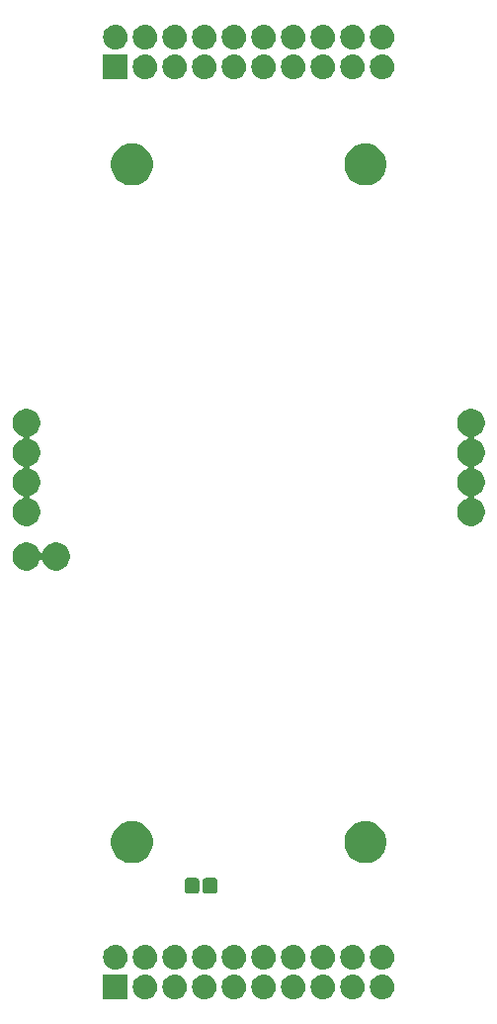
<source format=gbr>
G04 #@! TF.GenerationSoftware,KiCad,Pcbnew,5.0.2-bee76a0~70~ubuntu18.04.1*
G04 #@! TF.CreationDate,2019-07-23T10:59:18+02:00*
G04 #@! TF.ProjectId,smartcard,736d6172-7463-4617-9264-2e6b69636164,rev?*
G04 #@! TF.SameCoordinates,Original*
G04 #@! TF.FileFunction,Soldermask,Bot*
G04 #@! TF.FilePolarity,Negative*
%FSLAX46Y46*%
G04 Gerber Fmt 4.6, Leading zero omitted, Abs format (unit mm)*
G04 Created by KiCad (PCBNEW 5.0.2-bee76a0~70~ubuntu18.04.1) date mar. 23 juil. 2019 10:59:18 CEST*
%MOMM*%
%LPD*%
G01*
G04 APERTURE LIST*
%ADD10C,0.100000*%
G04 APERTURE END LIST*
D10*
G36*
X101771017Y-146441027D02*
X99671017Y-146441027D01*
X99671017Y-144341027D01*
X101771017Y-144341027D01*
X101771017Y-146441027D01*
X101771017Y-146441027D01*
G37*
G36*
X103389724Y-144348623D02*
X103466853Y-144356220D01*
X103598804Y-144396247D01*
X103664780Y-144416260D01*
X103847189Y-144513760D01*
X104007071Y-144644973D01*
X104138284Y-144804855D01*
X104235784Y-144987264D01*
X104235784Y-144987265D01*
X104295824Y-145185191D01*
X104316097Y-145391027D01*
X104295824Y-145596863D01*
X104255797Y-145728814D01*
X104235784Y-145794790D01*
X104138284Y-145977199D01*
X104007071Y-146137081D01*
X103847189Y-146268294D01*
X103664780Y-146365794D01*
X103598804Y-146385807D01*
X103466853Y-146425834D01*
X103389724Y-146433431D01*
X103312597Y-146441027D01*
X103209437Y-146441027D01*
X103132310Y-146433431D01*
X103055181Y-146425834D01*
X102923230Y-146385807D01*
X102857254Y-146365794D01*
X102674845Y-146268294D01*
X102514963Y-146137081D01*
X102383750Y-145977199D01*
X102286250Y-145794790D01*
X102266237Y-145728814D01*
X102226210Y-145596863D01*
X102205937Y-145391027D01*
X102226210Y-145185191D01*
X102286250Y-144987265D01*
X102286250Y-144987264D01*
X102383750Y-144804855D01*
X102514963Y-144644973D01*
X102674845Y-144513760D01*
X102857254Y-144416260D01*
X102923230Y-144396247D01*
X103055181Y-144356220D01*
X103132310Y-144348623D01*
X103209437Y-144341027D01*
X103312597Y-144341027D01*
X103389724Y-144348623D01*
X103389724Y-144348623D01*
G37*
G36*
X105929724Y-144348623D02*
X106006853Y-144356220D01*
X106138804Y-144396247D01*
X106204780Y-144416260D01*
X106387189Y-144513760D01*
X106547071Y-144644973D01*
X106678284Y-144804855D01*
X106775784Y-144987264D01*
X106775784Y-144987265D01*
X106835824Y-145185191D01*
X106856097Y-145391027D01*
X106835824Y-145596863D01*
X106795797Y-145728814D01*
X106775784Y-145794790D01*
X106678284Y-145977199D01*
X106547071Y-146137081D01*
X106387189Y-146268294D01*
X106204780Y-146365794D01*
X106138804Y-146385807D01*
X106006853Y-146425834D01*
X105929724Y-146433431D01*
X105852597Y-146441027D01*
X105749437Y-146441027D01*
X105672310Y-146433431D01*
X105595181Y-146425834D01*
X105463230Y-146385807D01*
X105397254Y-146365794D01*
X105214845Y-146268294D01*
X105054963Y-146137081D01*
X104923750Y-145977199D01*
X104826250Y-145794790D01*
X104806237Y-145728814D01*
X104766210Y-145596863D01*
X104745937Y-145391027D01*
X104766210Y-145185191D01*
X104826250Y-144987265D01*
X104826250Y-144987264D01*
X104923750Y-144804855D01*
X105054963Y-144644973D01*
X105214845Y-144513760D01*
X105397254Y-144416260D01*
X105463230Y-144396247D01*
X105595181Y-144356220D01*
X105672310Y-144348623D01*
X105749437Y-144341027D01*
X105852597Y-144341027D01*
X105929724Y-144348623D01*
X105929724Y-144348623D01*
G37*
G36*
X108469724Y-144348623D02*
X108546853Y-144356220D01*
X108678804Y-144396247D01*
X108744780Y-144416260D01*
X108927189Y-144513760D01*
X109087071Y-144644973D01*
X109218284Y-144804855D01*
X109315784Y-144987264D01*
X109315784Y-144987265D01*
X109375824Y-145185191D01*
X109396097Y-145391027D01*
X109375824Y-145596863D01*
X109335797Y-145728814D01*
X109315784Y-145794790D01*
X109218284Y-145977199D01*
X109087071Y-146137081D01*
X108927189Y-146268294D01*
X108744780Y-146365794D01*
X108678804Y-146385807D01*
X108546853Y-146425834D01*
X108469724Y-146433431D01*
X108392597Y-146441027D01*
X108289437Y-146441027D01*
X108212310Y-146433431D01*
X108135181Y-146425834D01*
X108003230Y-146385807D01*
X107937254Y-146365794D01*
X107754845Y-146268294D01*
X107594963Y-146137081D01*
X107463750Y-145977199D01*
X107366250Y-145794790D01*
X107346237Y-145728814D01*
X107306210Y-145596863D01*
X107285937Y-145391027D01*
X107306210Y-145185191D01*
X107366250Y-144987265D01*
X107366250Y-144987264D01*
X107463750Y-144804855D01*
X107594963Y-144644973D01*
X107754845Y-144513760D01*
X107937254Y-144416260D01*
X108003230Y-144396247D01*
X108135181Y-144356220D01*
X108212310Y-144348623D01*
X108289437Y-144341027D01*
X108392597Y-144341027D01*
X108469724Y-144348623D01*
X108469724Y-144348623D01*
G37*
G36*
X111009724Y-144348623D02*
X111086853Y-144356220D01*
X111218804Y-144396247D01*
X111284780Y-144416260D01*
X111467189Y-144513760D01*
X111627071Y-144644973D01*
X111758284Y-144804855D01*
X111855784Y-144987264D01*
X111855784Y-144987265D01*
X111915824Y-145185191D01*
X111936097Y-145391027D01*
X111915824Y-145596863D01*
X111875797Y-145728814D01*
X111855784Y-145794790D01*
X111758284Y-145977199D01*
X111627071Y-146137081D01*
X111467189Y-146268294D01*
X111284780Y-146365794D01*
X111218804Y-146385807D01*
X111086853Y-146425834D01*
X111009724Y-146433431D01*
X110932597Y-146441027D01*
X110829437Y-146441027D01*
X110752310Y-146433431D01*
X110675181Y-146425834D01*
X110543230Y-146385807D01*
X110477254Y-146365794D01*
X110294845Y-146268294D01*
X110134963Y-146137081D01*
X110003750Y-145977199D01*
X109906250Y-145794790D01*
X109886237Y-145728814D01*
X109846210Y-145596863D01*
X109825937Y-145391027D01*
X109846210Y-145185191D01*
X109906250Y-144987265D01*
X109906250Y-144987264D01*
X110003750Y-144804855D01*
X110134963Y-144644973D01*
X110294845Y-144513760D01*
X110477254Y-144416260D01*
X110543230Y-144396247D01*
X110675181Y-144356220D01*
X110752310Y-144348623D01*
X110829437Y-144341027D01*
X110932597Y-144341027D01*
X111009724Y-144348623D01*
X111009724Y-144348623D01*
G37*
G36*
X113549724Y-144348623D02*
X113626853Y-144356220D01*
X113758804Y-144396247D01*
X113824780Y-144416260D01*
X114007189Y-144513760D01*
X114167071Y-144644973D01*
X114298284Y-144804855D01*
X114395784Y-144987264D01*
X114395784Y-144987265D01*
X114455824Y-145185191D01*
X114476097Y-145391027D01*
X114455824Y-145596863D01*
X114415797Y-145728814D01*
X114395784Y-145794790D01*
X114298284Y-145977199D01*
X114167071Y-146137081D01*
X114007189Y-146268294D01*
X113824780Y-146365794D01*
X113758804Y-146385807D01*
X113626853Y-146425834D01*
X113549724Y-146433431D01*
X113472597Y-146441027D01*
X113369437Y-146441027D01*
X113292310Y-146433431D01*
X113215181Y-146425834D01*
X113083230Y-146385807D01*
X113017254Y-146365794D01*
X112834845Y-146268294D01*
X112674963Y-146137081D01*
X112543750Y-145977199D01*
X112446250Y-145794790D01*
X112426237Y-145728814D01*
X112386210Y-145596863D01*
X112365937Y-145391027D01*
X112386210Y-145185191D01*
X112446250Y-144987265D01*
X112446250Y-144987264D01*
X112543750Y-144804855D01*
X112674963Y-144644973D01*
X112834845Y-144513760D01*
X113017254Y-144416260D01*
X113083230Y-144396247D01*
X113215181Y-144356220D01*
X113292310Y-144348623D01*
X113369437Y-144341027D01*
X113472597Y-144341027D01*
X113549724Y-144348623D01*
X113549724Y-144348623D01*
G37*
G36*
X116089724Y-144348623D02*
X116166853Y-144356220D01*
X116298804Y-144396247D01*
X116364780Y-144416260D01*
X116547189Y-144513760D01*
X116707071Y-144644973D01*
X116838284Y-144804855D01*
X116935784Y-144987264D01*
X116935784Y-144987265D01*
X116995824Y-145185191D01*
X117016097Y-145391027D01*
X116995824Y-145596863D01*
X116955797Y-145728814D01*
X116935784Y-145794790D01*
X116838284Y-145977199D01*
X116707071Y-146137081D01*
X116547189Y-146268294D01*
X116364780Y-146365794D01*
X116298804Y-146385807D01*
X116166853Y-146425834D01*
X116089724Y-146433431D01*
X116012597Y-146441027D01*
X115909437Y-146441027D01*
X115832310Y-146433431D01*
X115755181Y-146425834D01*
X115623230Y-146385807D01*
X115557254Y-146365794D01*
X115374845Y-146268294D01*
X115214963Y-146137081D01*
X115083750Y-145977199D01*
X114986250Y-145794790D01*
X114966237Y-145728814D01*
X114926210Y-145596863D01*
X114905937Y-145391027D01*
X114926210Y-145185191D01*
X114986250Y-144987265D01*
X114986250Y-144987264D01*
X115083750Y-144804855D01*
X115214963Y-144644973D01*
X115374845Y-144513760D01*
X115557254Y-144416260D01*
X115623230Y-144396247D01*
X115755181Y-144356220D01*
X115832310Y-144348623D01*
X115909437Y-144341027D01*
X116012597Y-144341027D01*
X116089724Y-144348623D01*
X116089724Y-144348623D01*
G37*
G36*
X118629724Y-144348623D02*
X118706853Y-144356220D01*
X118838804Y-144396247D01*
X118904780Y-144416260D01*
X119087189Y-144513760D01*
X119247071Y-144644973D01*
X119378284Y-144804855D01*
X119475784Y-144987264D01*
X119475784Y-144987265D01*
X119535824Y-145185191D01*
X119556097Y-145391027D01*
X119535824Y-145596863D01*
X119495797Y-145728814D01*
X119475784Y-145794790D01*
X119378284Y-145977199D01*
X119247071Y-146137081D01*
X119087189Y-146268294D01*
X118904780Y-146365794D01*
X118838804Y-146385807D01*
X118706853Y-146425834D01*
X118629724Y-146433431D01*
X118552597Y-146441027D01*
X118449437Y-146441027D01*
X118372310Y-146433431D01*
X118295181Y-146425834D01*
X118163230Y-146385807D01*
X118097254Y-146365794D01*
X117914845Y-146268294D01*
X117754963Y-146137081D01*
X117623750Y-145977199D01*
X117526250Y-145794790D01*
X117506237Y-145728814D01*
X117466210Y-145596863D01*
X117445937Y-145391027D01*
X117466210Y-145185191D01*
X117526250Y-144987265D01*
X117526250Y-144987264D01*
X117623750Y-144804855D01*
X117754963Y-144644973D01*
X117914845Y-144513760D01*
X118097254Y-144416260D01*
X118163230Y-144396247D01*
X118295181Y-144356220D01*
X118372310Y-144348623D01*
X118449437Y-144341027D01*
X118552597Y-144341027D01*
X118629724Y-144348623D01*
X118629724Y-144348623D01*
G37*
G36*
X123709724Y-144348623D02*
X123786853Y-144356220D01*
X123918804Y-144396247D01*
X123984780Y-144416260D01*
X124167189Y-144513760D01*
X124327071Y-144644973D01*
X124458284Y-144804855D01*
X124555784Y-144987264D01*
X124555784Y-144987265D01*
X124615824Y-145185191D01*
X124636097Y-145391027D01*
X124615824Y-145596863D01*
X124575797Y-145728814D01*
X124555784Y-145794790D01*
X124458284Y-145977199D01*
X124327071Y-146137081D01*
X124167189Y-146268294D01*
X123984780Y-146365794D01*
X123918804Y-146385807D01*
X123786853Y-146425834D01*
X123709724Y-146433431D01*
X123632597Y-146441027D01*
X123529437Y-146441027D01*
X123452310Y-146433431D01*
X123375181Y-146425834D01*
X123243230Y-146385807D01*
X123177254Y-146365794D01*
X122994845Y-146268294D01*
X122834963Y-146137081D01*
X122703750Y-145977199D01*
X122606250Y-145794790D01*
X122586237Y-145728814D01*
X122546210Y-145596863D01*
X122525937Y-145391027D01*
X122546210Y-145185191D01*
X122606250Y-144987265D01*
X122606250Y-144987264D01*
X122703750Y-144804855D01*
X122834963Y-144644973D01*
X122994845Y-144513760D01*
X123177254Y-144416260D01*
X123243230Y-144396247D01*
X123375181Y-144356220D01*
X123452310Y-144348623D01*
X123529437Y-144341027D01*
X123632597Y-144341027D01*
X123709724Y-144348623D01*
X123709724Y-144348623D01*
G37*
G36*
X121169724Y-144348623D02*
X121246853Y-144356220D01*
X121378804Y-144396247D01*
X121444780Y-144416260D01*
X121627189Y-144513760D01*
X121787071Y-144644973D01*
X121918284Y-144804855D01*
X122015784Y-144987264D01*
X122015784Y-144987265D01*
X122075824Y-145185191D01*
X122096097Y-145391027D01*
X122075824Y-145596863D01*
X122035797Y-145728814D01*
X122015784Y-145794790D01*
X121918284Y-145977199D01*
X121787071Y-146137081D01*
X121627189Y-146268294D01*
X121444780Y-146365794D01*
X121378804Y-146385807D01*
X121246853Y-146425834D01*
X121169724Y-146433431D01*
X121092597Y-146441027D01*
X120989437Y-146441027D01*
X120912310Y-146433431D01*
X120835181Y-146425834D01*
X120703230Y-146385807D01*
X120637254Y-146365794D01*
X120454845Y-146268294D01*
X120294963Y-146137081D01*
X120163750Y-145977199D01*
X120066250Y-145794790D01*
X120046237Y-145728814D01*
X120006210Y-145596863D01*
X119985937Y-145391027D01*
X120006210Y-145185191D01*
X120066250Y-144987265D01*
X120066250Y-144987264D01*
X120163750Y-144804855D01*
X120294963Y-144644973D01*
X120454845Y-144513760D01*
X120637254Y-144416260D01*
X120703230Y-144396247D01*
X120835181Y-144356220D01*
X120912310Y-144348623D01*
X120989437Y-144341027D01*
X121092597Y-144341027D01*
X121169724Y-144348623D01*
X121169724Y-144348623D01*
G37*
G36*
X105929724Y-141808623D02*
X106006853Y-141816220D01*
X106138804Y-141856247D01*
X106204780Y-141876260D01*
X106387189Y-141973760D01*
X106547071Y-142104973D01*
X106678284Y-142264855D01*
X106775784Y-142447264D01*
X106775784Y-142447265D01*
X106835824Y-142645191D01*
X106856097Y-142851027D01*
X106835824Y-143056863D01*
X106795797Y-143188814D01*
X106775784Y-143254790D01*
X106678284Y-143437199D01*
X106547071Y-143597081D01*
X106387189Y-143728294D01*
X106204780Y-143825794D01*
X106138804Y-143845807D01*
X106006853Y-143885834D01*
X105929724Y-143893430D01*
X105852597Y-143901027D01*
X105749437Y-143901027D01*
X105672310Y-143893430D01*
X105595181Y-143885834D01*
X105463230Y-143845807D01*
X105397254Y-143825794D01*
X105214845Y-143728294D01*
X105054963Y-143597081D01*
X104923750Y-143437199D01*
X104826250Y-143254790D01*
X104806237Y-143188814D01*
X104766210Y-143056863D01*
X104745937Y-142851027D01*
X104766210Y-142645191D01*
X104826250Y-142447265D01*
X104826250Y-142447264D01*
X104923750Y-142264855D01*
X105054963Y-142104973D01*
X105214845Y-141973760D01*
X105397254Y-141876260D01*
X105463230Y-141856247D01*
X105595181Y-141816220D01*
X105672310Y-141808623D01*
X105749437Y-141801027D01*
X105852597Y-141801027D01*
X105929724Y-141808623D01*
X105929724Y-141808623D01*
G37*
G36*
X123709724Y-141808623D02*
X123786853Y-141816220D01*
X123918804Y-141856247D01*
X123984780Y-141876260D01*
X124167189Y-141973760D01*
X124327071Y-142104973D01*
X124458284Y-142264855D01*
X124555784Y-142447264D01*
X124555784Y-142447265D01*
X124615824Y-142645191D01*
X124636097Y-142851027D01*
X124615824Y-143056863D01*
X124575797Y-143188814D01*
X124555784Y-143254790D01*
X124458284Y-143437199D01*
X124327071Y-143597081D01*
X124167189Y-143728294D01*
X123984780Y-143825794D01*
X123918804Y-143845807D01*
X123786853Y-143885834D01*
X123709724Y-143893430D01*
X123632597Y-143901027D01*
X123529437Y-143901027D01*
X123452310Y-143893430D01*
X123375181Y-143885834D01*
X123243230Y-143845807D01*
X123177254Y-143825794D01*
X122994845Y-143728294D01*
X122834963Y-143597081D01*
X122703750Y-143437199D01*
X122606250Y-143254790D01*
X122586237Y-143188814D01*
X122546210Y-143056863D01*
X122525937Y-142851027D01*
X122546210Y-142645191D01*
X122606250Y-142447265D01*
X122606250Y-142447264D01*
X122703750Y-142264855D01*
X122834963Y-142104973D01*
X122994845Y-141973760D01*
X123177254Y-141876260D01*
X123243230Y-141856247D01*
X123375181Y-141816220D01*
X123452310Y-141808623D01*
X123529437Y-141801027D01*
X123632597Y-141801027D01*
X123709724Y-141808623D01*
X123709724Y-141808623D01*
G37*
G36*
X121169724Y-141808623D02*
X121246853Y-141816220D01*
X121378804Y-141856247D01*
X121444780Y-141876260D01*
X121627189Y-141973760D01*
X121787071Y-142104973D01*
X121918284Y-142264855D01*
X122015784Y-142447264D01*
X122015784Y-142447265D01*
X122075824Y-142645191D01*
X122096097Y-142851027D01*
X122075824Y-143056863D01*
X122035797Y-143188814D01*
X122015784Y-143254790D01*
X121918284Y-143437199D01*
X121787071Y-143597081D01*
X121627189Y-143728294D01*
X121444780Y-143825794D01*
X121378804Y-143845807D01*
X121246853Y-143885834D01*
X121169724Y-143893430D01*
X121092597Y-143901027D01*
X120989437Y-143901027D01*
X120912310Y-143893430D01*
X120835181Y-143885834D01*
X120703230Y-143845807D01*
X120637254Y-143825794D01*
X120454845Y-143728294D01*
X120294963Y-143597081D01*
X120163750Y-143437199D01*
X120066250Y-143254790D01*
X120046237Y-143188814D01*
X120006210Y-143056863D01*
X119985937Y-142851027D01*
X120006210Y-142645191D01*
X120066250Y-142447265D01*
X120066250Y-142447264D01*
X120163750Y-142264855D01*
X120294963Y-142104973D01*
X120454845Y-141973760D01*
X120637254Y-141876260D01*
X120703230Y-141856247D01*
X120835181Y-141816220D01*
X120912310Y-141808623D01*
X120989437Y-141801027D01*
X121092597Y-141801027D01*
X121169724Y-141808623D01*
X121169724Y-141808623D01*
G37*
G36*
X118629724Y-141808623D02*
X118706853Y-141816220D01*
X118838804Y-141856247D01*
X118904780Y-141876260D01*
X119087189Y-141973760D01*
X119247071Y-142104973D01*
X119378284Y-142264855D01*
X119475784Y-142447264D01*
X119475784Y-142447265D01*
X119535824Y-142645191D01*
X119556097Y-142851027D01*
X119535824Y-143056863D01*
X119495797Y-143188814D01*
X119475784Y-143254790D01*
X119378284Y-143437199D01*
X119247071Y-143597081D01*
X119087189Y-143728294D01*
X118904780Y-143825794D01*
X118838804Y-143845807D01*
X118706853Y-143885834D01*
X118629724Y-143893430D01*
X118552597Y-143901027D01*
X118449437Y-143901027D01*
X118372310Y-143893430D01*
X118295181Y-143885834D01*
X118163230Y-143845807D01*
X118097254Y-143825794D01*
X117914845Y-143728294D01*
X117754963Y-143597081D01*
X117623750Y-143437199D01*
X117526250Y-143254790D01*
X117506237Y-143188814D01*
X117466210Y-143056863D01*
X117445937Y-142851027D01*
X117466210Y-142645191D01*
X117526250Y-142447265D01*
X117526250Y-142447264D01*
X117623750Y-142264855D01*
X117754963Y-142104973D01*
X117914845Y-141973760D01*
X118097254Y-141876260D01*
X118163230Y-141856247D01*
X118295181Y-141816220D01*
X118372310Y-141808623D01*
X118449437Y-141801027D01*
X118552597Y-141801027D01*
X118629724Y-141808623D01*
X118629724Y-141808623D01*
G37*
G36*
X113549724Y-141808623D02*
X113626853Y-141816220D01*
X113758804Y-141856247D01*
X113824780Y-141876260D01*
X114007189Y-141973760D01*
X114167071Y-142104973D01*
X114298284Y-142264855D01*
X114395784Y-142447264D01*
X114395784Y-142447265D01*
X114455824Y-142645191D01*
X114476097Y-142851027D01*
X114455824Y-143056863D01*
X114415797Y-143188814D01*
X114395784Y-143254790D01*
X114298284Y-143437199D01*
X114167071Y-143597081D01*
X114007189Y-143728294D01*
X113824780Y-143825794D01*
X113758804Y-143845807D01*
X113626853Y-143885834D01*
X113549724Y-143893430D01*
X113472597Y-143901027D01*
X113369437Y-143901027D01*
X113292310Y-143893430D01*
X113215181Y-143885834D01*
X113083230Y-143845807D01*
X113017254Y-143825794D01*
X112834845Y-143728294D01*
X112674963Y-143597081D01*
X112543750Y-143437199D01*
X112446250Y-143254790D01*
X112426237Y-143188814D01*
X112386210Y-143056863D01*
X112365937Y-142851027D01*
X112386210Y-142645191D01*
X112446250Y-142447265D01*
X112446250Y-142447264D01*
X112543750Y-142264855D01*
X112674963Y-142104973D01*
X112834845Y-141973760D01*
X113017254Y-141876260D01*
X113083230Y-141856247D01*
X113215181Y-141816220D01*
X113292310Y-141808623D01*
X113369437Y-141801027D01*
X113472597Y-141801027D01*
X113549724Y-141808623D01*
X113549724Y-141808623D01*
G37*
G36*
X111009724Y-141808623D02*
X111086853Y-141816220D01*
X111218804Y-141856247D01*
X111284780Y-141876260D01*
X111467189Y-141973760D01*
X111627071Y-142104973D01*
X111758284Y-142264855D01*
X111855784Y-142447264D01*
X111855784Y-142447265D01*
X111915824Y-142645191D01*
X111936097Y-142851027D01*
X111915824Y-143056863D01*
X111875797Y-143188814D01*
X111855784Y-143254790D01*
X111758284Y-143437199D01*
X111627071Y-143597081D01*
X111467189Y-143728294D01*
X111284780Y-143825794D01*
X111218804Y-143845807D01*
X111086853Y-143885834D01*
X111009724Y-143893430D01*
X110932597Y-143901027D01*
X110829437Y-143901027D01*
X110752310Y-143893430D01*
X110675181Y-143885834D01*
X110543230Y-143845807D01*
X110477254Y-143825794D01*
X110294845Y-143728294D01*
X110134963Y-143597081D01*
X110003750Y-143437199D01*
X109906250Y-143254790D01*
X109886237Y-143188814D01*
X109846210Y-143056863D01*
X109825937Y-142851027D01*
X109846210Y-142645191D01*
X109906250Y-142447265D01*
X109906250Y-142447264D01*
X110003750Y-142264855D01*
X110134963Y-142104973D01*
X110294845Y-141973760D01*
X110477254Y-141876260D01*
X110543230Y-141856247D01*
X110675181Y-141816220D01*
X110752310Y-141808623D01*
X110829437Y-141801027D01*
X110932597Y-141801027D01*
X111009724Y-141808623D01*
X111009724Y-141808623D01*
G37*
G36*
X108469724Y-141808623D02*
X108546853Y-141816220D01*
X108678804Y-141856247D01*
X108744780Y-141876260D01*
X108927189Y-141973760D01*
X109087071Y-142104973D01*
X109218284Y-142264855D01*
X109315784Y-142447264D01*
X109315784Y-142447265D01*
X109375824Y-142645191D01*
X109396097Y-142851027D01*
X109375824Y-143056863D01*
X109335797Y-143188814D01*
X109315784Y-143254790D01*
X109218284Y-143437199D01*
X109087071Y-143597081D01*
X108927189Y-143728294D01*
X108744780Y-143825794D01*
X108678804Y-143845807D01*
X108546853Y-143885834D01*
X108469724Y-143893430D01*
X108392597Y-143901027D01*
X108289437Y-143901027D01*
X108212310Y-143893430D01*
X108135181Y-143885834D01*
X108003230Y-143845807D01*
X107937254Y-143825794D01*
X107754845Y-143728294D01*
X107594963Y-143597081D01*
X107463750Y-143437199D01*
X107366250Y-143254790D01*
X107346237Y-143188814D01*
X107306210Y-143056863D01*
X107285937Y-142851027D01*
X107306210Y-142645191D01*
X107366250Y-142447265D01*
X107366250Y-142447264D01*
X107463750Y-142264855D01*
X107594963Y-142104973D01*
X107754845Y-141973760D01*
X107937254Y-141876260D01*
X108003230Y-141856247D01*
X108135181Y-141816220D01*
X108212310Y-141808623D01*
X108289437Y-141801027D01*
X108392597Y-141801027D01*
X108469724Y-141808623D01*
X108469724Y-141808623D01*
G37*
G36*
X103389724Y-141808623D02*
X103466853Y-141816220D01*
X103598804Y-141856247D01*
X103664780Y-141876260D01*
X103847189Y-141973760D01*
X104007071Y-142104973D01*
X104138284Y-142264855D01*
X104235784Y-142447264D01*
X104235784Y-142447265D01*
X104295824Y-142645191D01*
X104316097Y-142851027D01*
X104295824Y-143056863D01*
X104255797Y-143188814D01*
X104235784Y-143254790D01*
X104138284Y-143437199D01*
X104007071Y-143597081D01*
X103847189Y-143728294D01*
X103664780Y-143825794D01*
X103598804Y-143845807D01*
X103466853Y-143885834D01*
X103389724Y-143893430D01*
X103312597Y-143901027D01*
X103209437Y-143901027D01*
X103132310Y-143893430D01*
X103055181Y-143885834D01*
X102923230Y-143845807D01*
X102857254Y-143825794D01*
X102674845Y-143728294D01*
X102514963Y-143597081D01*
X102383750Y-143437199D01*
X102286250Y-143254790D01*
X102266237Y-143188814D01*
X102226210Y-143056863D01*
X102205937Y-142851027D01*
X102226210Y-142645191D01*
X102286250Y-142447265D01*
X102286250Y-142447264D01*
X102383750Y-142264855D01*
X102514963Y-142104973D01*
X102674845Y-141973760D01*
X102857254Y-141876260D01*
X102923230Y-141856247D01*
X103055181Y-141816220D01*
X103132310Y-141808623D01*
X103209437Y-141801027D01*
X103312597Y-141801027D01*
X103389724Y-141808623D01*
X103389724Y-141808623D01*
G37*
G36*
X100849724Y-141808623D02*
X100926853Y-141816220D01*
X101058804Y-141856247D01*
X101124780Y-141876260D01*
X101307189Y-141973760D01*
X101467071Y-142104973D01*
X101598284Y-142264855D01*
X101695784Y-142447264D01*
X101695784Y-142447265D01*
X101755824Y-142645191D01*
X101776097Y-142851027D01*
X101755824Y-143056863D01*
X101715797Y-143188814D01*
X101695784Y-143254790D01*
X101598284Y-143437199D01*
X101467071Y-143597081D01*
X101307189Y-143728294D01*
X101124780Y-143825794D01*
X101058804Y-143845807D01*
X100926853Y-143885834D01*
X100849724Y-143893430D01*
X100772597Y-143901027D01*
X100669437Y-143901027D01*
X100592310Y-143893430D01*
X100515181Y-143885834D01*
X100383230Y-143845807D01*
X100317254Y-143825794D01*
X100134845Y-143728294D01*
X99974963Y-143597081D01*
X99843750Y-143437199D01*
X99746250Y-143254790D01*
X99726237Y-143188814D01*
X99686210Y-143056863D01*
X99665937Y-142851027D01*
X99686210Y-142645191D01*
X99746250Y-142447265D01*
X99746250Y-142447264D01*
X99843750Y-142264855D01*
X99974963Y-142104973D01*
X100134845Y-141973760D01*
X100317254Y-141876260D01*
X100383230Y-141856247D01*
X100515181Y-141816220D01*
X100592310Y-141808623D01*
X100669437Y-141801027D01*
X100772597Y-141801027D01*
X100849724Y-141808623D01*
X100849724Y-141808623D01*
G37*
G36*
X116089724Y-141808623D02*
X116166853Y-141816220D01*
X116298804Y-141856247D01*
X116364780Y-141876260D01*
X116547189Y-141973760D01*
X116707071Y-142104973D01*
X116838284Y-142264855D01*
X116935784Y-142447264D01*
X116935784Y-142447265D01*
X116995824Y-142645191D01*
X117016097Y-142851027D01*
X116995824Y-143056863D01*
X116955797Y-143188814D01*
X116935784Y-143254790D01*
X116838284Y-143437199D01*
X116707071Y-143597081D01*
X116547189Y-143728294D01*
X116364780Y-143825794D01*
X116298804Y-143845807D01*
X116166853Y-143885834D01*
X116089724Y-143893430D01*
X116012597Y-143901027D01*
X115909437Y-143901027D01*
X115832310Y-143893430D01*
X115755181Y-143885834D01*
X115623230Y-143845807D01*
X115557254Y-143825794D01*
X115374845Y-143728294D01*
X115214963Y-143597081D01*
X115083750Y-143437199D01*
X114986250Y-143254790D01*
X114966237Y-143188814D01*
X114926210Y-143056863D01*
X114905937Y-142851027D01*
X114926210Y-142645191D01*
X114986250Y-142447265D01*
X114986250Y-142447264D01*
X115083750Y-142264855D01*
X115214963Y-142104973D01*
X115374845Y-141973760D01*
X115557254Y-141876260D01*
X115623230Y-141856247D01*
X115755181Y-141816220D01*
X115832310Y-141808623D01*
X115909437Y-141801027D01*
X116012597Y-141801027D01*
X116089724Y-141808623D01*
X116089724Y-141808623D01*
G37*
G36*
X107705139Y-136085544D02*
X107753102Y-136100093D01*
X107797292Y-136123713D01*
X107836035Y-136155509D01*
X107867831Y-136194252D01*
X107891451Y-136238442D01*
X107906000Y-136286405D01*
X107911517Y-136342418D01*
X107911517Y-137167636D01*
X107906000Y-137223649D01*
X107891451Y-137271612D01*
X107867831Y-137315802D01*
X107836035Y-137354545D01*
X107797292Y-137386341D01*
X107753102Y-137409961D01*
X107705139Y-137424510D01*
X107649126Y-137430027D01*
X106898908Y-137430027D01*
X106842895Y-137424510D01*
X106794932Y-137409961D01*
X106750742Y-137386341D01*
X106711999Y-137354545D01*
X106680203Y-137315802D01*
X106656583Y-137271612D01*
X106642034Y-137223649D01*
X106636517Y-137167636D01*
X106636517Y-136342418D01*
X106642034Y-136286405D01*
X106656583Y-136238442D01*
X106680203Y-136194252D01*
X106711999Y-136155509D01*
X106750742Y-136123713D01*
X106794932Y-136100093D01*
X106842895Y-136085544D01*
X106898908Y-136080027D01*
X107649126Y-136080027D01*
X107705139Y-136085544D01*
X107705139Y-136085544D01*
G37*
G36*
X109280139Y-136085544D02*
X109328102Y-136100093D01*
X109372292Y-136123713D01*
X109411035Y-136155509D01*
X109442831Y-136194252D01*
X109466451Y-136238442D01*
X109481000Y-136286405D01*
X109486517Y-136342418D01*
X109486517Y-137167636D01*
X109481000Y-137223649D01*
X109466451Y-137271612D01*
X109442831Y-137315802D01*
X109411035Y-137354545D01*
X109372292Y-137386341D01*
X109328102Y-137409961D01*
X109280139Y-137424510D01*
X109224126Y-137430027D01*
X108473908Y-137430027D01*
X108417895Y-137424510D01*
X108369932Y-137409961D01*
X108325742Y-137386341D01*
X108286999Y-137354545D01*
X108255203Y-137315802D01*
X108231583Y-137271612D01*
X108217034Y-137223649D01*
X108211517Y-137167636D01*
X108211517Y-136342418D01*
X108217034Y-136286405D01*
X108231583Y-136238442D01*
X108255203Y-136194252D01*
X108286999Y-136155509D01*
X108325742Y-136123713D01*
X108369932Y-136100093D01*
X108417895Y-136085544D01*
X108473908Y-136080027D01*
X109224126Y-136080027D01*
X109280139Y-136085544D01*
X109280139Y-136085544D01*
G37*
G36*
X122560139Y-131257142D02*
X122676058Y-131280200D01*
X123003637Y-131415888D01*
X123294528Y-131610255D01*
X123298453Y-131612878D01*
X123549166Y-131863591D01*
X123746157Y-132158409D01*
X123881844Y-132485987D01*
X123951017Y-132833741D01*
X123951017Y-133188313D01*
X123881844Y-133536067D01*
X123746157Y-133863645D01*
X123549166Y-134158463D01*
X123298453Y-134409176D01*
X123298450Y-134409178D01*
X123003637Y-134606166D01*
X122676058Y-134741854D01*
X122560139Y-134764912D01*
X122328303Y-134811027D01*
X121973731Y-134811027D01*
X121741895Y-134764912D01*
X121625976Y-134741854D01*
X121298397Y-134606166D01*
X121003584Y-134409178D01*
X121003581Y-134409176D01*
X120752868Y-134158463D01*
X120555877Y-133863645D01*
X120420190Y-133536067D01*
X120351017Y-133188313D01*
X120351017Y-132833741D01*
X120420190Y-132485987D01*
X120555877Y-132158409D01*
X120752868Y-131863591D01*
X121003581Y-131612878D01*
X121007506Y-131610255D01*
X121298397Y-131415888D01*
X121625976Y-131280200D01*
X121741895Y-131257142D01*
X121973731Y-131211027D01*
X122328303Y-131211027D01*
X122560139Y-131257142D01*
X122560139Y-131257142D01*
G37*
G36*
X102560139Y-131257142D02*
X102676058Y-131280200D01*
X103003637Y-131415888D01*
X103294528Y-131610255D01*
X103298453Y-131612878D01*
X103549166Y-131863591D01*
X103746157Y-132158409D01*
X103881844Y-132485987D01*
X103951017Y-132833741D01*
X103951017Y-133188313D01*
X103881844Y-133536067D01*
X103746157Y-133863645D01*
X103549166Y-134158463D01*
X103298453Y-134409176D01*
X103298450Y-134409178D01*
X103003637Y-134606166D01*
X102676058Y-134741854D01*
X102560139Y-134764912D01*
X102328303Y-134811027D01*
X101973731Y-134811027D01*
X101741895Y-134764912D01*
X101625976Y-134741854D01*
X101298397Y-134606166D01*
X101003584Y-134409178D01*
X101003581Y-134409176D01*
X100752868Y-134158463D01*
X100555877Y-133863645D01*
X100420190Y-133536067D01*
X100351017Y-133188313D01*
X100351017Y-132833741D01*
X100420190Y-132485987D01*
X100555877Y-132158409D01*
X100752868Y-131863591D01*
X101003581Y-131612878D01*
X101007506Y-131610255D01*
X101298397Y-131415888D01*
X101625976Y-131280200D01*
X101741895Y-131257142D01*
X101973731Y-131211027D01*
X102328303Y-131211027D01*
X102560139Y-131257142D01*
X102560139Y-131257142D01*
G37*
G36*
X93451043Y-107407142D02*
X93669429Y-107497600D01*
X93865975Y-107628928D01*
X94033116Y-107796069D01*
X94164444Y-107992615D01*
X94255532Y-108212522D01*
X94267083Y-108234133D01*
X94282628Y-108253075D01*
X94301571Y-108268621D01*
X94323181Y-108280172D01*
X94346630Y-108287285D01*
X94371017Y-108289687D01*
X94395403Y-108287285D01*
X94418852Y-108280172D01*
X94440463Y-108268621D01*
X94459405Y-108253076D01*
X94474951Y-108234133D01*
X94486502Y-108212522D01*
X94577590Y-107992615D01*
X94708918Y-107796069D01*
X94876059Y-107628928D01*
X95072605Y-107497600D01*
X95290991Y-107407142D01*
X95522826Y-107361027D01*
X95759208Y-107361027D01*
X95991043Y-107407142D01*
X96209429Y-107497600D01*
X96405975Y-107628928D01*
X96573116Y-107796069D01*
X96704444Y-107992615D01*
X96794902Y-108211001D01*
X96841017Y-108442836D01*
X96841017Y-108679218D01*
X96794902Y-108911053D01*
X96704444Y-109129439D01*
X96573116Y-109325985D01*
X96405975Y-109493126D01*
X96209429Y-109624454D01*
X95991043Y-109714912D01*
X95759208Y-109761027D01*
X95522826Y-109761027D01*
X95290991Y-109714912D01*
X95072605Y-109624454D01*
X94876059Y-109493126D01*
X94708918Y-109325985D01*
X94577590Y-109129439D01*
X94486502Y-108909532D01*
X94474951Y-108887921D01*
X94459406Y-108868979D01*
X94440463Y-108853433D01*
X94418853Y-108841882D01*
X94395404Y-108834769D01*
X94371017Y-108832367D01*
X94346631Y-108834769D01*
X94323182Y-108841882D01*
X94301571Y-108853433D01*
X94282629Y-108868978D01*
X94267083Y-108887921D01*
X94255532Y-108909532D01*
X94164444Y-109129439D01*
X94033116Y-109325985D01*
X93865975Y-109493126D01*
X93669429Y-109624454D01*
X93451043Y-109714912D01*
X93219208Y-109761027D01*
X92982826Y-109761027D01*
X92750991Y-109714912D01*
X92532605Y-109624454D01*
X92336059Y-109493126D01*
X92168918Y-109325985D01*
X92037590Y-109129439D01*
X91947132Y-108911053D01*
X91901017Y-108679218D01*
X91901017Y-108442836D01*
X91947132Y-108211001D01*
X92037590Y-107992615D01*
X92168918Y-107796069D01*
X92336059Y-107628928D01*
X92532605Y-107497600D01*
X92750991Y-107407142D01*
X92982826Y-107361027D01*
X93219208Y-107361027D01*
X93451043Y-107407142D01*
X93451043Y-107407142D01*
G37*
G36*
X93451043Y-95977142D02*
X93669429Y-96067600D01*
X93865975Y-96198928D01*
X94033116Y-96366069D01*
X94164444Y-96562615D01*
X94254902Y-96781001D01*
X94301017Y-97012836D01*
X94301017Y-97249218D01*
X94254902Y-97481053D01*
X94164444Y-97699439D01*
X94033116Y-97895985D01*
X93865975Y-98063126D01*
X93669429Y-98194454D01*
X93449522Y-98285542D01*
X93427911Y-98297093D01*
X93408969Y-98312638D01*
X93393423Y-98331581D01*
X93381872Y-98353191D01*
X93374759Y-98376640D01*
X93372357Y-98401027D01*
X93374759Y-98425413D01*
X93381872Y-98448862D01*
X93393423Y-98470473D01*
X93408968Y-98489415D01*
X93427911Y-98504961D01*
X93449522Y-98516512D01*
X93669429Y-98607600D01*
X93865975Y-98738928D01*
X94033116Y-98906069D01*
X94164444Y-99102615D01*
X94254902Y-99321001D01*
X94301017Y-99552836D01*
X94301017Y-99789218D01*
X94254902Y-100021053D01*
X94164444Y-100239439D01*
X94033116Y-100435985D01*
X93865975Y-100603126D01*
X93669429Y-100734454D01*
X93449522Y-100825542D01*
X93427911Y-100837093D01*
X93408969Y-100852638D01*
X93393423Y-100871581D01*
X93381872Y-100893191D01*
X93374759Y-100916640D01*
X93372357Y-100941027D01*
X93374759Y-100965413D01*
X93381872Y-100988862D01*
X93393423Y-101010473D01*
X93408968Y-101029415D01*
X93427911Y-101044961D01*
X93449522Y-101056512D01*
X93669429Y-101147600D01*
X93865975Y-101278928D01*
X94033116Y-101446069D01*
X94164444Y-101642615D01*
X94254902Y-101861001D01*
X94301017Y-102092836D01*
X94301017Y-102329218D01*
X94254902Y-102561053D01*
X94164444Y-102779439D01*
X94033116Y-102975985D01*
X93865975Y-103143126D01*
X93669429Y-103274454D01*
X93449522Y-103365542D01*
X93427911Y-103377093D01*
X93408969Y-103392638D01*
X93393423Y-103411581D01*
X93381872Y-103433191D01*
X93374759Y-103456640D01*
X93372357Y-103481027D01*
X93374759Y-103505413D01*
X93381872Y-103528862D01*
X93393423Y-103550473D01*
X93408968Y-103569415D01*
X93427911Y-103584961D01*
X93449522Y-103596512D01*
X93669429Y-103687600D01*
X93865975Y-103818928D01*
X94033116Y-103986069D01*
X94164444Y-104182615D01*
X94254902Y-104401001D01*
X94301017Y-104632836D01*
X94301017Y-104869218D01*
X94254902Y-105101053D01*
X94164444Y-105319439D01*
X94033116Y-105515985D01*
X93865975Y-105683126D01*
X93669429Y-105814454D01*
X93451043Y-105904912D01*
X93219208Y-105951027D01*
X92982826Y-105951027D01*
X92750991Y-105904912D01*
X92532605Y-105814454D01*
X92336059Y-105683126D01*
X92168918Y-105515985D01*
X92037590Y-105319439D01*
X91947132Y-105101053D01*
X91901017Y-104869218D01*
X91901017Y-104632836D01*
X91947132Y-104401001D01*
X92037590Y-104182615D01*
X92168918Y-103986069D01*
X92336059Y-103818928D01*
X92532605Y-103687600D01*
X92752512Y-103596512D01*
X92774123Y-103584961D01*
X92793065Y-103569416D01*
X92808611Y-103550473D01*
X92820162Y-103528863D01*
X92827275Y-103505414D01*
X92829677Y-103481027D01*
X92827275Y-103456641D01*
X92820162Y-103433192D01*
X92808611Y-103411581D01*
X92793066Y-103392639D01*
X92774123Y-103377093D01*
X92752512Y-103365542D01*
X92532605Y-103274454D01*
X92336059Y-103143126D01*
X92168918Y-102975985D01*
X92037590Y-102779439D01*
X91947132Y-102561053D01*
X91901017Y-102329218D01*
X91901017Y-102092836D01*
X91947132Y-101861001D01*
X92037590Y-101642615D01*
X92168918Y-101446069D01*
X92336059Y-101278928D01*
X92532605Y-101147600D01*
X92752512Y-101056512D01*
X92774123Y-101044961D01*
X92793065Y-101029416D01*
X92808611Y-101010473D01*
X92820162Y-100988863D01*
X92827275Y-100965414D01*
X92829677Y-100941027D01*
X92827275Y-100916641D01*
X92820162Y-100893192D01*
X92808611Y-100871581D01*
X92793066Y-100852639D01*
X92774123Y-100837093D01*
X92752512Y-100825542D01*
X92532605Y-100734454D01*
X92336059Y-100603126D01*
X92168918Y-100435985D01*
X92037590Y-100239439D01*
X91947132Y-100021053D01*
X91901017Y-99789218D01*
X91901017Y-99552836D01*
X91947132Y-99321001D01*
X92037590Y-99102615D01*
X92168918Y-98906069D01*
X92336059Y-98738928D01*
X92532605Y-98607600D01*
X92752512Y-98516512D01*
X92774123Y-98504961D01*
X92793065Y-98489416D01*
X92808611Y-98470473D01*
X92820162Y-98448863D01*
X92827275Y-98425414D01*
X92829677Y-98401027D01*
X92827275Y-98376641D01*
X92820162Y-98353192D01*
X92808611Y-98331581D01*
X92793066Y-98312639D01*
X92774123Y-98297093D01*
X92752512Y-98285542D01*
X92532605Y-98194454D01*
X92336059Y-98063126D01*
X92168918Y-97895985D01*
X92037590Y-97699439D01*
X91947132Y-97481053D01*
X91901017Y-97249218D01*
X91901017Y-97012836D01*
X91947132Y-96781001D01*
X92037590Y-96562615D01*
X92168918Y-96366069D01*
X92336059Y-96198928D01*
X92532605Y-96067600D01*
X92750991Y-95977142D01*
X92982826Y-95931027D01*
X93219208Y-95931027D01*
X93451043Y-95977142D01*
X93451043Y-95977142D01*
G37*
G36*
X131551043Y-95977142D02*
X131769429Y-96067600D01*
X131965975Y-96198928D01*
X132133116Y-96366069D01*
X132264444Y-96562615D01*
X132354902Y-96781001D01*
X132401017Y-97012836D01*
X132401017Y-97249218D01*
X132354902Y-97481053D01*
X132264444Y-97699439D01*
X132133116Y-97895985D01*
X131965975Y-98063126D01*
X131769429Y-98194454D01*
X131549522Y-98285542D01*
X131527911Y-98297093D01*
X131508969Y-98312638D01*
X131493423Y-98331581D01*
X131481872Y-98353191D01*
X131474759Y-98376640D01*
X131472357Y-98401027D01*
X131474759Y-98425413D01*
X131481872Y-98448862D01*
X131493423Y-98470473D01*
X131508968Y-98489415D01*
X131527911Y-98504961D01*
X131549522Y-98516512D01*
X131769429Y-98607600D01*
X131965975Y-98738928D01*
X132133116Y-98906069D01*
X132264444Y-99102615D01*
X132354902Y-99321001D01*
X132401017Y-99552836D01*
X132401017Y-99789218D01*
X132354902Y-100021053D01*
X132264444Y-100239439D01*
X132133116Y-100435985D01*
X131965975Y-100603126D01*
X131769429Y-100734454D01*
X131549522Y-100825542D01*
X131527911Y-100837093D01*
X131508969Y-100852638D01*
X131493423Y-100871581D01*
X131481872Y-100893191D01*
X131474759Y-100916640D01*
X131472357Y-100941027D01*
X131474759Y-100965413D01*
X131481872Y-100988862D01*
X131493423Y-101010473D01*
X131508968Y-101029415D01*
X131527911Y-101044961D01*
X131549522Y-101056512D01*
X131769429Y-101147600D01*
X131965975Y-101278928D01*
X132133116Y-101446069D01*
X132264444Y-101642615D01*
X132354902Y-101861001D01*
X132401017Y-102092836D01*
X132401017Y-102329218D01*
X132354902Y-102561053D01*
X132264444Y-102779439D01*
X132133116Y-102975985D01*
X131965975Y-103143126D01*
X131769429Y-103274454D01*
X131549522Y-103365542D01*
X131527911Y-103377093D01*
X131508969Y-103392638D01*
X131493423Y-103411581D01*
X131481872Y-103433191D01*
X131474759Y-103456640D01*
X131472357Y-103481027D01*
X131474759Y-103505413D01*
X131481872Y-103528862D01*
X131493423Y-103550473D01*
X131508968Y-103569415D01*
X131527911Y-103584961D01*
X131549522Y-103596512D01*
X131769429Y-103687600D01*
X131965975Y-103818928D01*
X132133116Y-103986069D01*
X132264444Y-104182615D01*
X132354902Y-104401001D01*
X132401017Y-104632836D01*
X132401017Y-104869218D01*
X132354902Y-105101053D01*
X132264444Y-105319439D01*
X132133116Y-105515985D01*
X131965975Y-105683126D01*
X131769429Y-105814454D01*
X131551043Y-105904912D01*
X131319208Y-105951027D01*
X131082826Y-105951027D01*
X130850991Y-105904912D01*
X130632605Y-105814454D01*
X130436059Y-105683126D01*
X130268918Y-105515985D01*
X130137590Y-105319439D01*
X130047132Y-105101053D01*
X130001017Y-104869218D01*
X130001017Y-104632836D01*
X130047132Y-104401001D01*
X130137590Y-104182615D01*
X130268918Y-103986069D01*
X130436059Y-103818928D01*
X130632605Y-103687600D01*
X130852512Y-103596512D01*
X130874123Y-103584961D01*
X130893065Y-103569416D01*
X130908611Y-103550473D01*
X130920162Y-103528863D01*
X130927275Y-103505414D01*
X130929677Y-103481027D01*
X130927275Y-103456641D01*
X130920162Y-103433192D01*
X130908611Y-103411581D01*
X130893066Y-103392639D01*
X130874123Y-103377093D01*
X130852512Y-103365542D01*
X130632605Y-103274454D01*
X130436059Y-103143126D01*
X130268918Y-102975985D01*
X130137590Y-102779439D01*
X130047132Y-102561053D01*
X130001017Y-102329218D01*
X130001017Y-102092836D01*
X130047132Y-101861001D01*
X130137590Y-101642615D01*
X130268918Y-101446069D01*
X130436059Y-101278928D01*
X130632605Y-101147600D01*
X130852512Y-101056512D01*
X130874123Y-101044961D01*
X130893065Y-101029416D01*
X130908611Y-101010473D01*
X130920162Y-100988863D01*
X130927275Y-100965414D01*
X130929677Y-100941027D01*
X130927275Y-100916641D01*
X130920162Y-100893192D01*
X130908611Y-100871581D01*
X130893066Y-100852639D01*
X130874123Y-100837093D01*
X130852512Y-100825542D01*
X130632605Y-100734454D01*
X130436059Y-100603126D01*
X130268918Y-100435985D01*
X130137590Y-100239439D01*
X130047132Y-100021053D01*
X130001017Y-99789218D01*
X130001017Y-99552836D01*
X130047132Y-99321001D01*
X130137590Y-99102615D01*
X130268918Y-98906069D01*
X130436059Y-98738928D01*
X130632605Y-98607600D01*
X130852512Y-98516512D01*
X130874123Y-98504961D01*
X130893065Y-98489416D01*
X130908611Y-98470473D01*
X130920162Y-98448863D01*
X130927275Y-98425414D01*
X130929677Y-98401027D01*
X130927275Y-98376641D01*
X130920162Y-98353192D01*
X130908611Y-98331581D01*
X130893066Y-98312639D01*
X130874123Y-98297093D01*
X130852512Y-98285542D01*
X130632605Y-98194454D01*
X130436059Y-98063126D01*
X130268918Y-97895985D01*
X130137590Y-97699439D01*
X130047132Y-97481053D01*
X130001017Y-97249218D01*
X130001017Y-97012836D01*
X130047132Y-96781001D01*
X130137590Y-96562615D01*
X130268918Y-96366069D01*
X130436059Y-96198928D01*
X130632605Y-96067600D01*
X130850991Y-95977142D01*
X131082826Y-95931027D01*
X131319208Y-95931027D01*
X131551043Y-95977142D01*
X131551043Y-95977142D01*
G37*
G36*
X122560139Y-73257142D02*
X122676058Y-73280200D01*
X123003637Y-73415888D01*
X123294528Y-73610255D01*
X123298453Y-73612878D01*
X123549166Y-73863591D01*
X123746157Y-74158409D01*
X123881844Y-74485987D01*
X123951017Y-74833741D01*
X123951017Y-75188313D01*
X123881844Y-75536067D01*
X123746157Y-75863645D01*
X123549166Y-76158463D01*
X123298453Y-76409176D01*
X123298450Y-76409178D01*
X123003637Y-76606166D01*
X122676058Y-76741854D01*
X122560139Y-76764912D01*
X122328303Y-76811027D01*
X121973731Y-76811027D01*
X121741895Y-76764912D01*
X121625976Y-76741854D01*
X121298397Y-76606166D01*
X121003584Y-76409178D01*
X121003581Y-76409176D01*
X120752868Y-76158463D01*
X120555877Y-75863645D01*
X120420190Y-75536067D01*
X120351017Y-75188313D01*
X120351017Y-74833741D01*
X120420190Y-74485987D01*
X120555877Y-74158409D01*
X120752868Y-73863591D01*
X121003581Y-73612878D01*
X121007506Y-73610255D01*
X121298397Y-73415888D01*
X121625976Y-73280200D01*
X121741895Y-73257142D01*
X121973731Y-73211027D01*
X122328303Y-73211027D01*
X122560139Y-73257142D01*
X122560139Y-73257142D01*
G37*
G36*
X102560139Y-73257142D02*
X102676058Y-73280200D01*
X103003637Y-73415888D01*
X103294528Y-73610255D01*
X103298453Y-73612878D01*
X103549166Y-73863591D01*
X103746157Y-74158409D01*
X103881844Y-74485987D01*
X103951017Y-74833741D01*
X103951017Y-75188313D01*
X103881844Y-75536067D01*
X103746157Y-75863645D01*
X103549166Y-76158463D01*
X103298453Y-76409176D01*
X103298450Y-76409178D01*
X103003637Y-76606166D01*
X102676058Y-76741854D01*
X102560139Y-76764912D01*
X102328303Y-76811027D01*
X101973731Y-76811027D01*
X101741895Y-76764912D01*
X101625976Y-76741854D01*
X101298397Y-76606166D01*
X101003584Y-76409178D01*
X101003581Y-76409176D01*
X100752868Y-76158463D01*
X100555877Y-75863645D01*
X100420190Y-75536067D01*
X100351017Y-75188313D01*
X100351017Y-74833741D01*
X100420190Y-74485987D01*
X100555877Y-74158409D01*
X100752868Y-73863591D01*
X101003581Y-73612878D01*
X101007506Y-73610255D01*
X101298397Y-73415888D01*
X101625976Y-73280200D01*
X101741895Y-73257142D01*
X101973731Y-73211027D01*
X102328303Y-73211027D01*
X102560139Y-73257142D01*
X102560139Y-73257142D01*
G37*
G36*
X121169724Y-65608624D02*
X121246853Y-65616220D01*
X121378804Y-65656247D01*
X121444780Y-65676260D01*
X121627189Y-65773760D01*
X121787071Y-65904973D01*
X121918284Y-66064855D01*
X122015784Y-66247264D01*
X122015784Y-66247265D01*
X122075824Y-66445191D01*
X122096097Y-66651027D01*
X122075824Y-66856863D01*
X122035797Y-66988814D01*
X122015784Y-67054790D01*
X121918284Y-67237199D01*
X121787071Y-67397081D01*
X121627189Y-67528294D01*
X121444780Y-67625794D01*
X121378804Y-67645807D01*
X121246853Y-67685834D01*
X121169724Y-67693431D01*
X121092597Y-67701027D01*
X120989437Y-67701027D01*
X120912310Y-67693431D01*
X120835181Y-67685834D01*
X120703230Y-67645807D01*
X120637254Y-67625794D01*
X120454845Y-67528294D01*
X120294963Y-67397081D01*
X120163750Y-67237199D01*
X120066250Y-67054790D01*
X120046237Y-66988814D01*
X120006210Y-66856863D01*
X119985937Y-66651027D01*
X120006210Y-66445191D01*
X120066250Y-66247265D01*
X120066250Y-66247264D01*
X120163750Y-66064855D01*
X120294963Y-65904973D01*
X120454845Y-65773760D01*
X120637254Y-65676260D01*
X120703230Y-65656247D01*
X120835181Y-65616220D01*
X120912310Y-65608624D01*
X120989437Y-65601027D01*
X121092597Y-65601027D01*
X121169724Y-65608624D01*
X121169724Y-65608624D01*
G37*
G36*
X123709724Y-65608624D02*
X123786853Y-65616220D01*
X123918804Y-65656247D01*
X123984780Y-65676260D01*
X124167189Y-65773760D01*
X124327071Y-65904973D01*
X124458284Y-66064855D01*
X124555784Y-66247264D01*
X124555784Y-66247265D01*
X124615824Y-66445191D01*
X124636097Y-66651027D01*
X124615824Y-66856863D01*
X124575797Y-66988814D01*
X124555784Y-67054790D01*
X124458284Y-67237199D01*
X124327071Y-67397081D01*
X124167189Y-67528294D01*
X123984780Y-67625794D01*
X123918804Y-67645807D01*
X123786853Y-67685834D01*
X123709724Y-67693431D01*
X123632597Y-67701027D01*
X123529437Y-67701027D01*
X123452310Y-67693431D01*
X123375181Y-67685834D01*
X123243230Y-67645807D01*
X123177254Y-67625794D01*
X122994845Y-67528294D01*
X122834963Y-67397081D01*
X122703750Y-67237199D01*
X122606250Y-67054790D01*
X122586237Y-66988814D01*
X122546210Y-66856863D01*
X122525937Y-66651027D01*
X122546210Y-66445191D01*
X122606250Y-66247265D01*
X122606250Y-66247264D01*
X122703750Y-66064855D01*
X122834963Y-65904973D01*
X122994845Y-65773760D01*
X123177254Y-65676260D01*
X123243230Y-65656247D01*
X123375181Y-65616220D01*
X123452310Y-65608624D01*
X123529437Y-65601027D01*
X123632597Y-65601027D01*
X123709724Y-65608624D01*
X123709724Y-65608624D01*
G37*
G36*
X118629724Y-65608624D02*
X118706853Y-65616220D01*
X118838804Y-65656247D01*
X118904780Y-65676260D01*
X119087189Y-65773760D01*
X119247071Y-65904973D01*
X119378284Y-66064855D01*
X119475784Y-66247264D01*
X119475784Y-66247265D01*
X119535824Y-66445191D01*
X119556097Y-66651027D01*
X119535824Y-66856863D01*
X119495797Y-66988814D01*
X119475784Y-67054790D01*
X119378284Y-67237199D01*
X119247071Y-67397081D01*
X119087189Y-67528294D01*
X118904780Y-67625794D01*
X118838804Y-67645807D01*
X118706853Y-67685834D01*
X118629724Y-67693431D01*
X118552597Y-67701027D01*
X118449437Y-67701027D01*
X118372310Y-67693431D01*
X118295181Y-67685834D01*
X118163230Y-67645807D01*
X118097254Y-67625794D01*
X117914845Y-67528294D01*
X117754963Y-67397081D01*
X117623750Y-67237199D01*
X117526250Y-67054790D01*
X117506237Y-66988814D01*
X117466210Y-66856863D01*
X117445937Y-66651027D01*
X117466210Y-66445191D01*
X117526250Y-66247265D01*
X117526250Y-66247264D01*
X117623750Y-66064855D01*
X117754963Y-65904973D01*
X117914845Y-65773760D01*
X118097254Y-65676260D01*
X118163230Y-65656247D01*
X118295181Y-65616220D01*
X118372310Y-65608624D01*
X118449437Y-65601027D01*
X118552597Y-65601027D01*
X118629724Y-65608624D01*
X118629724Y-65608624D01*
G37*
G36*
X116089724Y-65608624D02*
X116166853Y-65616220D01*
X116298804Y-65656247D01*
X116364780Y-65676260D01*
X116547189Y-65773760D01*
X116707071Y-65904973D01*
X116838284Y-66064855D01*
X116935784Y-66247264D01*
X116935784Y-66247265D01*
X116995824Y-66445191D01*
X117016097Y-66651027D01*
X116995824Y-66856863D01*
X116955797Y-66988814D01*
X116935784Y-67054790D01*
X116838284Y-67237199D01*
X116707071Y-67397081D01*
X116547189Y-67528294D01*
X116364780Y-67625794D01*
X116298804Y-67645807D01*
X116166853Y-67685834D01*
X116089724Y-67693431D01*
X116012597Y-67701027D01*
X115909437Y-67701027D01*
X115832310Y-67693431D01*
X115755181Y-67685834D01*
X115623230Y-67645807D01*
X115557254Y-67625794D01*
X115374845Y-67528294D01*
X115214963Y-67397081D01*
X115083750Y-67237199D01*
X114986250Y-67054790D01*
X114966237Y-66988814D01*
X114926210Y-66856863D01*
X114905937Y-66651027D01*
X114926210Y-66445191D01*
X114986250Y-66247265D01*
X114986250Y-66247264D01*
X115083750Y-66064855D01*
X115214963Y-65904973D01*
X115374845Y-65773760D01*
X115557254Y-65676260D01*
X115623230Y-65656247D01*
X115755181Y-65616220D01*
X115832310Y-65608624D01*
X115909437Y-65601027D01*
X116012597Y-65601027D01*
X116089724Y-65608624D01*
X116089724Y-65608624D01*
G37*
G36*
X113549724Y-65608624D02*
X113626853Y-65616220D01*
X113758804Y-65656247D01*
X113824780Y-65676260D01*
X114007189Y-65773760D01*
X114167071Y-65904973D01*
X114298284Y-66064855D01*
X114395784Y-66247264D01*
X114395784Y-66247265D01*
X114455824Y-66445191D01*
X114476097Y-66651027D01*
X114455824Y-66856863D01*
X114415797Y-66988814D01*
X114395784Y-67054790D01*
X114298284Y-67237199D01*
X114167071Y-67397081D01*
X114007189Y-67528294D01*
X113824780Y-67625794D01*
X113758804Y-67645807D01*
X113626853Y-67685834D01*
X113549724Y-67693431D01*
X113472597Y-67701027D01*
X113369437Y-67701027D01*
X113292310Y-67693431D01*
X113215181Y-67685834D01*
X113083230Y-67645807D01*
X113017254Y-67625794D01*
X112834845Y-67528294D01*
X112674963Y-67397081D01*
X112543750Y-67237199D01*
X112446250Y-67054790D01*
X112426237Y-66988814D01*
X112386210Y-66856863D01*
X112365937Y-66651027D01*
X112386210Y-66445191D01*
X112446250Y-66247265D01*
X112446250Y-66247264D01*
X112543750Y-66064855D01*
X112674963Y-65904973D01*
X112834845Y-65773760D01*
X113017254Y-65676260D01*
X113083230Y-65656247D01*
X113215181Y-65616220D01*
X113292310Y-65608624D01*
X113369437Y-65601027D01*
X113472597Y-65601027D01*
X113549724Y-65608624D01*
X113549724Y-65608624D01*
G37*
G36*
X111009724Y-65608624D02*
X111086853Y-65616220D01*
X111218804Y-65656247D01*
X111284780Y-65676260D01*
X111467189Y-65773760D01*
X111627071Y-65904973D01*
X111758284Y-66064855D01*
X111855784Y-66247264D01*
X111855784Y-66247265D01*
X111915824Y-66445191D01*
X111936097Y-66651027D01*
X111915824Y-66856863D01*
X111875797Y-66988814D01*
X111855784Y-67054790D01*
X111758284Y-67237199D01*
X111627071Y-67397081D01*
X111467189Y-67528294D01*
X111284780Y-67625794D01*
X111218804Y-67645807D01*
X111086853Y-67685834D01*
X111009724Y-67693431D01*
X110932597Y-67701027D01*
X110829437Y-67701027D01*
X110752310Y-67693431D01*
X110675181Y-67685834D01*
X110543230Y-67645807D01*
X110477254Y-67625794D01*
X110294845Y-67528294D01*
X110134963Y-67397081D01*
X110003750Y-67237199D01*
X109906250Y-67054790D01*
X109886237Y-66988814D01*
X109846210Y-66856863D01*
X109825937Y-66651027D01*
X109846210Y-66445191D01*
X109906250Y-66247265D01*
X109906250Y-66247264D01*
X110003750Y-66064855D01*
X110134963Y-65904973D01*
X110294845Y-65773760D01*
X110477254Y-65676260D01*
X110543230Y-65656247D01*
X110675181Y-65616220D01*
X110752310Y-65608624D01*
X110829437Y-65601027D01*
X110932597Y-65601027D01*
X111009724Y-65608624D01*
X111009724Y-65608624D01*
G37*
G36*
X108469724Y-65608624D02*
X108546853Y-65616220D01*
X108678804Y-65656247D01*
X108744780Y-65676260D01*
X108927189Y-65773760D01*
X109087071Y-65904973D01*
X109218284Y-66064855D01*
X109315784Y-66247264D01*
X109315784Y-66247265D01*
X109375824Y-66445191D01*
X109396097Y-66651027D01*
X109375824Y-66856863D01*
X109335797Y-66988814D01*
X109315784Y-67054790D01*
X109218284Y-67237199D01*
X109087071Y-67397081D01*
X108927189Y-67528294D01*
X108744780Y-67625794D01*
X108678804Y-67645807D01*
X108546853Y-67685834D01*
X108469724Y-67693431D01*
X108392597Y-67701027D01*
X108289437Y-67701027D01*
X108212310Y-67693431D01*
X108135181Y-67685834D01*
X108003230Y-67645807D01*
X107937254Y-67625794D01*
X107754845Y-67528294D01*
X107594963Y-67397081D01*
X107463750Y-67237199D01*
X107366250Y-67054790D01*
X107346237Y-66988814D01*
X107306210Y-66856863D01*
X107285937Y-66651027D01*
X107306210Y-66445191D01*
X107366250Y-66247265D01*
X107366250Y-66247264D01*
X107463750Y-66064855D01*
X107594963Y-65904973D01*
X107754845Y-65773760D01*
X107937254Y-65676260D01*
X108003230Y-65656247D01*
X108135181Y-65616220D01*
X108212310Y-65608624D01*
X108289437Y-65601027D01*
X108392597Y-65601027D01*
X108469724Y-65608624D01*
X108469724Y-65608624D01*
G37*
G36*
X105929724Y-65608624D02*
X106006853Y-65616220D01*
X106138804Y-65656247D01*
X106204780Y-65676260D01*
X106387189Y-65773760D01*
X106547071Y-65904973D01*
X106678284Y-66064855D01*
X106775784Y-66247264D01*
X106775784Y-66247265D01*
X106835824Y-66445191D01*
X106856097Y-66651027D01*
X106835824Y-66856863D01*
X106795797Y-66988814D01*
X106775784Y-67054790D01*
X106678284Y-67237199D01*
X106547071Y-67397081D01*
X106387189Y-67528294D01*
X106204780Y-67625794D01*
X106138804Y-67645807D01*
X106006853Y-67685834D01*
X105929724Y-67693431D01*
X105852597Y-67701027D01*
X105749437Y-67701027D01*
X105672310Y-67693431D01*
X105595181Y-67685834D01*
X105463230Y-67645807D01*
X105397254Y-67625794D01*
X105214845Y-67528294D01*
X105054963Y-67397081D01*
X104923750Y-67237199D01*
X104826250Y-67054790D01*
X104806237Y-66988814D01*
X104766210Y-66856863D01*
X104745937Y-66651027D01*
X104766210Y-66445191D01*
X104826250Y-66247265D01*
X104826250Y-66247264D01*
X104923750Y-66064855D01*
X105054963Y-65904973D01*
X105214845Y-65773760D01*
X105397254Y-65676260D01*
X105463230Y-65656247D01*
X105595181Y-65616220D01*
X105672310Y-65608624D01*
X105749437Y-65601027D01*
X105852597Y-65601027D01*
X105929724Y-65608624D01*
X105929724Y-65608624D01*
G37*
G36*
X101771017Y-67701027D02*
X99671017Y-67701027D01*
X99671017Y-65601027D01*
X101771017Y-65601027D01*
X101771017Y-67701027D01*
X101771017Y-67701027D01*
G37*
G36*
X103389724Y-65608624D02*
X103466853Y-65616220D01*
X103598804Y-65656247D01*
X103664780Y-65676260D01*
X103847189Y-65773760D01*
X104007071Y-65904973D01*
X104138284Y-66064855D01*
X104235784Y-66247264D01*
X104235784Y-66247265D01*
X104295824Y-66445191D01*
X104316097Y-66651027D01*
X104295824Y-66856863D01*
X104255797Y-66988814D01*
X104235784Y-67054790D01*
X104138284Y-67237199D01*
X104007071Y-67397081D01*
X103847189Y-67528294D01*
X103664780Y-67625794D01*
X103598804Y-67645807D01*
X103466853Y-67685834D01*
X103389724Y-67693431D01*
X103312597Y-67701027D01*
X103209437Y-67701027D01*
X103132310Y-67693431D01*
X103055181Y-67685834D01*
X102923230Y-67645807D01*
X102857254Y-67625794D01*
X102674845Y-67528294D01*
X102514963Y-67397081D01*
X102383750Y-67237199D01*
X102286250Y-67054790D01*
X102266237Y-66988814D01*
X102226210Y-66856863D01*
X102205937Y-66651027D01*
X102226210Y-66445191D01*
X102286250Y-66247265D01*
X102286250Y-66247264D01*
X102383750Y-66064855D01*
X102514963Y-65904973D01*
X102674845Y-65773760D01*
X102857254Y-65676260D01*
X102923230Y-65656247D01*
X103055181Y-65616220D01*
X103132310Y-65608624D01*
X103209437Y-65601027D01*
X103312597Y-65601027D01*
X103389724Y-65608624D01*
X103389724Y-65608624D01*
G37*
G36*
X118629724Y-63068624D02*
X118706853Y-63076220D01*
X118838804Y-63116247D01*
X118904780Y-63136260D01*
X119087189Y-63233760D01*
X119247071Y-63364973D01*
X119378284Y-63524855D01*
X119475784Y-63707264D01*
X119475784Y-63707265D01*
X119535824Y-63905191D01*
X119556097Y-64111027D01*
X119535824Y-64316863D01*
X119495797Y-64448814D01*
X119475784Y-64514790D01*
X119378284Y-64697199D01*
X119247071Y-64857081D01*
X119087189Y-64988294D01*
X118904780Y-65085794D01*
X118838804Y-65105807D01*
X118706853Y-65145834D01*
X118629724Y-65153431D01*
X118552597Y-65161027D01*
X118449437Y-65161027D01*
X118372310Y-65153431D01*
X118295181Y-65145834D01*
X118163230Y-65105807D01*
X118097254Y-65085794D01*
X117914845Y-64988294D01*
X117754963Y-64857081D01*
X117623750Y-64697199D01*
X117526250Y-64514790D01*
X117506237Y-64448814D01*
X117466210Y-64316863D01*
X117445937Y-64111027D01*
X117466210Y-63905191D01*
X117526250Y-63707265D01*
X117526250Y-63707264D01*
X117623750Y-63524855D01*
X117754963Y-63364973D01*
X117914845Y-63233760D01*
X118097254Y-63136260D01*
X118163230Y-63116247D01*
X118295181Y-63076220D01*
X118372310Y-63068624D01*
X118449437Y-63061027D01*
X118552597Y-63061027D01*
X118629724Y-63068624D01*
X118629724Y-63068624D01*
G37*
G36*
X116089724Y-63068624D02*
X116166853Y-63076220D01*
X116298804Y-63116247D01*
X116364780Y-63136260D01*
X116547189Y-63233760D01*
X116707071Y-63364973D01*
X116838284Y-63524855D01*
X116935784Y-63707264D01*
X116935784Y-63707265D01*
X116995824Y-63905191D01*
X117016097Y-64111027D01*
X116995824Y-64316863D01*
X116955797Y-64448814D01*
X116935784Y-64514790D01*
X116838284Y-64697199D01*
X116707071Y-64857081D01*
X116547189Y-64988294D01*
X116364780Y-65085794D01*
X116298804Y-65105807D01*
X116166853Y-65145834D01*
X116089724Y-65153431D01*
X116012597Y-65161027D01*
X115909437Y-65161027D01*
X115832310Y-65153431D01*
X115755181Y-65145834D01*
X115623230Y-65105807D01*
X115557254Y-65085794D01*
X115374845Y-64988294D01*
X115214963Y-64857081D01*
X115083750Y-64697199D01*
X114986250Y-64514790D01*
X114966237Y-64448814D01*
X114926210Y-64316863D01*
X114905937Y-64111027D01*
X114926210Y-63905191D01*
X114986250Y-63707265D01*
X114986250Y-63707264D01*
X115083750Y-63524855D01*
X115214963Y-63364973D01*
X115374845Y-63233760D01*
X115557254Y-63136260D01*
X115623230Y-63116247D01*
X115755181Y-63076220D01*
X115832310Y-63068624D01*
X115909437Y-63061027D01*
X116012597Y-63061027D01*
X116089724Y-63068624D01*
X116089724Y-63068624D01*
G37*
G36*
X113549724Y-63068624D02*
X113626853Y-63076220D01*
X113758804Y-63116247D01*
X113824780Y-63136260D01*
X114007189Y-63233760D01*
X114167071Y-63364973D01*
X114298284Y-63524855D01*
X114395784Y-63707264D01*
X114395784Y-63707265D01*
X114455824Y-63905191D01*
X114476097Y-64111027D01*
X114455824Y-64316863D01*
X114415797Y-64448814D01*
X114395784Y-64514790D01*
X114298284Y-64697199D01*
X114167071Y-64857081D01*
X114007189Y-64988294D01*
X113824780Y-65085794D01*
X113758804Y-65105807D01*
X113626853Y-65145834D01*
X113549724Y-65153431D01*
X113472597Y-65161027D01*
X113369437Y-65161027D01*
X113292310Y-65153431D01*
X113215181Y-65145834D01*
X113083230Y-65105807D01*
X113017254Y-65085794D01*
X112834845Y-64988294D01*
X112674963Y-64857081D01*
X112543750Y-64697199D01*
X112446250Y-64514790D01*
X112426237Y-64448814D01*
X112386210Y-64316863D01*
X112365937Y-64111027D01*
X112386210Y-63905191D01*
X112446250Y-63707265D01*
X112446250Y-63707264D01*
X112543750Y-63524855D01*
X112674963Y-63364973D01*
X112834845Y-63233760D01*
X113017254Y-63136260D01*
X113083230Y-63116247D01*
X113215181Y-63076220D01*
X113292310Y-63068624D01*
X113369437Y-63061027D01*
X113472597Y-63061027D01*
X113549724Y-63068624D01*
X113549724Y-63068624D01*
G37*
G36*
X111009724Y-63068624D02*
X111086853Y-63076220D01*
X111218804Y-63116247D01*
X111284780Y-63136260D01*
X111467189Y-63233760D01*
X111627071Y-63364973D01*
X111758284Y-63524855D01*
X111855784Y-63707264D01*
X111855784Y-63707265D01*
X111915824Y-63905191D01*
X111936097Y-64111027D01*
X111915824Y-64316863D01*
X111875797Y-64448814D01*
X111855784Y-64514790D01*
X111758284Y-64697199D01*
X111627071Y-64857081D01*
X111467189Y-64988294D01*
X111284780Y-65085794D01*
X111218804Y-65105807D01*
X111086853Y-65145834D01*
X111009724Y-65153431D01*
X110932597Y-65161027D01*
X110829437Y-65161027D01*
X110752310Y-65153431D01*
X110675181Y-65145834D01*
X110543230Y-65105807D01*
X110477254Y-65085794D01*
X110294845Y-64988294D01*
X110134963Y-64857081D01*
X110003750Y-64697199D01*
X109906250Y-64514790D01*
X109886237Y-64448814D01*
X109846210Y-64316863D01*
X109825937Y-64111027D01*
X109846210Y-63905191D01*
X109906250Y-63707265D01*
X109906250Y-63707264D01*
X110003750Y-63524855D01*
X110134963Y-63364973D01*
X110294845Y-63233760D01*
X110477254Y-63136260D01*
X110543230Y-63116247D01*
X110675181Y-63076220D01*
X110752310Y-63068624D01*
X110829437Y-63061027D01*
X110932597Y-63061027D01*
X111009724Y-63068624D01*
X111009724Y-63068624D01*
G37*
G36*
X108469724Y-63068624D02*
X108546853Y-63076220D01*
X108678804Y-63116247D01*
X108744780Y-63136260D01*
X108927189Y-63233760D01*
X109087071Y-63364973D01*
X109218284Y-63524855D01*
X109315784Y-63707264D01*
X109315784Y-63707265D01*
X109375824Y-63905191D01*
X109396097Y-64111027D01*
X109375824Y-64316863D01*
X109335797Y-64448814D01*
X109315784Y-64514790D01*
X109218284Y-64697199D01*
X109087071Y-64857081D01*
X108927189Y-64988294D01*
X108744780Y-65085794D01*
X108678804Y-65105807D01*
X108546853Y-65145834D01*
X108469724Y-65153431D01*
X108392597Y-65161027D01*
X108289437Y-65161027D01*
X108212310Y-65153431D01*
X108135181Y-65145834D01*
X108003230Y-65105807D01*
X107937254Y-65085794D01*
X107754845Y-64988294D01*
X107594963Y-64857081D01*
X107463750Y-64697199D01*
X107366250Y-64514790D01*
X107346237Y-64448814D01*
X107306210Y-64316863D01*
X107285937Y-64111027D01*
X107306210Y-63905191D01*
X107366250Y-63707265D01*
X107366250Y-63707264D01*
X107463750Y-63524855D01*
X107594963Y-63364973D01*
X107754845Y-63233760D01*
X107937254Y-63136260D01*
X108003230Y-63116247D01*
X108135181Y-63076220D01*
X108212310Y-63068624D01*
X108289437Y-63061027D01*
X108392597Y-63061027D01*
X108469724Y-63068624D01*
X108469724Y-63068624D01*
G37*
G36*
X105929724Y-63068624D02*
X106006853Y-63076220D01*
X106138804Y-63116247D01*
X106204780Y-63136260D01*
X106387189Y-63233760D01*
X106547071Y-63364973D01*
X106678284Y-63524855D01*
X106775784Y-63707264D01*
X106775784Y-63707265D01*
X106835824Y-63905191D01*
X106856097Y-64111027D01*
X106835824Y-64316863D01*
X106795797Y-64448814D01*
X106775784Y-64514790D01*
X106678284Y-64697199D01*
X106547071Y-64857081D01*
X106387189Y-64988294D01*
X106204780Y-65085794D01*
X106138804Y-65105807D01*
X106006853Y-65145834D01*
X105929724Y-65153431D01*
X105852597Y-65161027D01*
X105749437Y-65161027D01*
X105672310Y-65153431D01*
X105595181Y-65145834D01*
X105463230Y-65105807D01*
X105397254Y-65085794D01*
X105214845Y-64988294D01*
X105054963Y-64857081D01*
X104923750Y-64697199D01*
X104826250Y-64514790D01*
X104806237Y-64448814D01*
X104766210Y-64316863D01*
X104745937Y-64111027D01*
X104766210Y-63905191D01*
X104826250Y-63707265D01*
X104826250Y-63707264D01*
X104923750Y-63524855D01*
X105054963Y-63364973D01*
X105214845Y-63233760D01*
X105397254Y-63136260D01*
X105463230Y-63116247D01*
X105595181Y-63076220D01*
X105672310Y-63068624D01*
X105749437Y-63061027D01*
X105852597Y-63061027D01*
X105929724Y-63068624D01*
X105929724Y-63068624D01*
G37*
G36*
X103389724Y-63068624D02*
X103466853Y-63076220D01*
X103598804Y-63116247D01*
X103664780Y-63136260D01*
X103847189Y-63233760D01*
X104007071Y-63364973D01*
X104138284Y-63524855D01*
X104235784Y-63707264D01*
X104235784Y-63707265D01*
X104295824Y-63905191D01*
X104316097Y-64111027D01*
X104295824Y-64316863D01*
X104255797Y-64448814D01*
X104235784Y-64514790D01*
X104138284Y-64697199D01*
X104007071Y-64857081D01*
X103847189Y-64988294D01*
X103664780Y-65085794D01*
X103598804Y-65105807D01*
X103466853Y-65145834D01*
X103389724Y-65153431D01*
X103312597Y-65161027D01*
X103209437Y-65161027D01*
X103132310Y-65153431D01*
X103055181Y-65145834D01*
X102923230Y-65105807D01*
X102857254Y-65085794D01*
X102674845Y-64988294D01*
X102514963Y-64857081D01*
X102383750Y-64697199D01*
X102286250Y-64514790D01*
X102266237Y-64448814D01*
X102226210Y-64316863D01*
X102205937Y-64111027D01*
X102226210Y-63905191D01*
X102286250Y-63707265D01*
X102286250Y-63707264D01*
X102383750Y-63524855D01*
X102514963Y-63364973D01*
X102674845Y-63233760D01*
X102857254Y-63136260D01*
X102923230Y-63116247D01*
X103055181Y-63076220D01*
X103132310Y-63068624D01*
X103209437Y-63061027D01*
X103312597Y-63061027D01*
X103389724Y-63068624D01*
X103389724Y-63068624D01*
G37*
G36*
X100849724Y-63068624D02*
X100926853Y-63076220D01*
X101058804Y-63116247D01*
X101124780Y-63136260D01*
X101307189Y-63233760D01*
X101467071Y-63364973D01*
X101598284Y-63524855D01*
X101695784Y-63707264D01*
X101695784Y-63707265D01*
X101755824Y-63905191D01*
X101776097Y-64111027D01*
X101755824Y-64316863D01*
X101715797Y-64448814D01*
X101695784Y-64514790D01*
X101598284Y-64697199D01*
X101467071Y-64857081D01*
X101307189Y-64988294D01*
X101124780Y-65085794D01*
X101058804Y-65105807D01*
X100926853Y-65145834D01*
X100849724Y-65153431D01*
X100772597Y-65161027D01*
X100669437Y-65161027D01*
X100592310Y-65153431D01*
X100515181Y-65145834D01*
X100383230Y-65105807D01*
X100317254Y-65085794D01*
X100134845Y-64988294D01*
X99974963Y-64857081D01*
X99843750Y-64697199D01*
X99746250Y-64514790D01*
X99726237Y-64448814D01*
X99686210Y-64316863D01*
X99665937Y-64111027D01*
X99686210Y-63905191D01*
X99746250Y-63707265D01*
X99746250Y-63707264D01*
X99843750Y-63524855D01*
X99974963Y-63364973D01*
X100134845Y-63233760D01*
X100317254Y-63136260D01*
X100383230Y-63116247D01*
X100515181Y-63076220D01*
X100592310Y-63068624D01*
X100669437Y-63061027D01*
X100772597Y-63061027D01*
X100849724Y-63068624D01*
X100849724Y-63068624D01*
G37*
G36*
X123709724Y-63068624D02*
X123786853Y-63076220D01*
X123918804Y-63116247D01*
X123984780Y-63136260D01*
X124167189Y-63233760D01*
X124327071Y-63364973D01*
X124458284Y-63524855D01*
X124555784Y-63707264D01*
X124555784Y-63707265D01*
X124615824Y-63905191D01*
X124636097Y-64111027D01*
X124615824Y-64316863D01*
X124575797Y-64448814D01*
X124555784Y-64514790D01*
X124458284Y-64697199D01*
X124327071Y-64857081D01*
X124167189Y-64988294D01*
X123984780Y-65085794D01*
X123918804Y-65105807D01*
X123786853Y-65145834D01*
X123709724Y-65153431D01*
X123632597Y-65161027D01*
X123529437Y-65161027D01*
X123452310Y-65153431D01*
X123375181Y-65145834D01*
X123243230Y-65105807D01*
X123177254Y-65085794D01*
X122994845Y-64988294D01*
X122834963Y-64857081D01*
X122703750Y-64697199D01*
X122606250Y-64514790D01*
X122586237Y-64448814D01*
X122546210Y-64316863D01*
X122525937Y-64111027D01*
X122546210Y-63905191D01*
X122606250Y-63707265D01*
X122606250Y-63707264D01*
X122703750Y-63524855D01*
X122834963Y-63364973D01*
X122994845Y-63233760D01*
X123177254Y-63136260D01*
X123243230Y-63116247D01*
X123375181Y-63076220D01*
X123452310Y-63068624D01*
X123529437Y-63061027D01*
X123632597Y-63061027D01*
X123709724Y-63068624D01*
X123709724Y-63068624D01*
G37*
G36*
X121169724Y-63068624D02*
X121246853Y-63076220D01*
X121378804Y-63116247D01*
X121444780Y-63136260D01*
X121627189Y-63233760D01*
X121787071Y-63364973D01*
X121918284Y-63524855D01*
X122015784Y-63707264D01*
X122015784Y-63707265D01*
X122075824Y-63905191D01*
X122096097Y-64111027D01*
X122075824Y-64316863D01*
X122035797Y-64448814D01*
X122015784Y-64514790D01*
X121918284Y-64697199D01*
X121787071Y-64857081D01*
X121627189Y-64988294D01*
X121444780Y-65085794D01*
X121378804Y-65105807D01*
X121246853Y-65145834D01*
X121169724Y-65153431D01*
X121092597Y-65161027D01*
X120989437Y-65161027D01*
X120912310Y-65153431D01*
X120835181Y-65145834D01*
X120703230Y-65105807D01*
X120637254Y-65085794D01*
X120454845Y-64988294D01*
X120294963Y-64857081D01*
X120163750Y-64697199D01*
X120066250Y-64514790D01*
X120046237Y-64448814D01*
X120006210Y-64316863D01*
X119985937Y-64111027D01*
X120006210Y-63905191D01*
X120066250Y-63707265D01*
X120066250Y-63707264D01*
X120163750Y-63524855D01*
X120294963Y-63364973D01*
X120454845Y-63233760D01*
X120637254Y-63136260D01*
X120703230Y-63116247D01*
X120835181Y-63076220D01*
X120912310Y-63068624D01*
X120989437Y-63061027D01*
X121092597Y-63061027D01*
X121169724Y-63068624D01*
X121169724Y-63068624D01*
G37*
M02*

</source>
